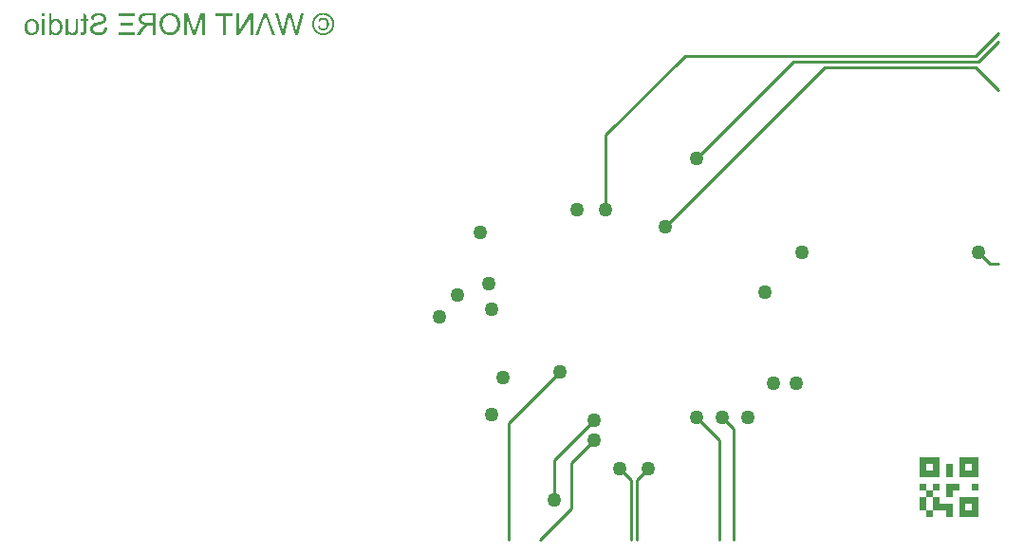
<source format=gbl>
G04*
G04 #@! TF.GenerationSoftware,Altium Limited,Altium Designer,21.1.1 (26)*
G04*
G04 Layer_Physical_Order=2*
G04 Layer_Color=16711680*
%FSLAX25Y25*%
%MOIN*%
G70*
G04*
G04 #@! TF.SameCoordinates,803D71E2-4EB1-4650-8D60-E64228E98B9D*
G04*
G04*
G04 #@! TF.FilePolarity,Positive*
G04*
G01*
G75*
%ADD20C,0.01000*%
%ADD21C,0.05000*%
G36*
X347000Y21822D02*
X340089D01*
Y28733D01*
X347000D01*
Y21822D01*
D02*
G37*
G36*
X337771D02*
X335496D01*
Y26414D01*
X337771D01*
Y21822D01*
D02*
G37*
G36*
X333178D02*
X326267D01*
Y28733D01*
X333178D01*
Y21822D01*
D02*
G37*
G36*
X347000Y17229D02*
X344682D01*
Y19504D01*
X347000D01*
Y17229D01*
D02*
G37*
G36*
X328586D02*
X326267D01*
Y19504D01*
X328586D01*
Y17229D01*
D02*
G37*
G36*
X340089D02*
X337771D01*
Y14911D01*
X335496D01*
Y19504D01*
X340089D01*
Y17229D01*
D02*
G37*
G36*
X333178D02*
X330860D01*
Y14911D01*
X328586D01*
Y10318D01*
X326267D01*
Y14911D01*
X328586D01*
Y17229D01*
X330860D01*
Y19504D01*
X333178D01*
Y17229D01*
D02*
G37*
G36*
X347000Y8000D02*
X340089D01*
Y14911D01*
X347000D01*
Y8000D01*
D02*
G37*
G36*
X333178Y12593D02*
X337771D01*
Y8000D01*
X335496D01*
Y10318D01*
X330860D01*
Y8000D01*
X328586D01*
Y10318D01*
X330860D01*
Y14911D01*
X333178D01*
Y12593D01*
D02*
G37*
G36*
X50499Y183989D02*
X45021D01*
Y184882D01*
X50499D01*
Y183989D01*
D02*
G37*
G36*
X18937Y183825D02*
X18010D01*
Y184882D01*
X18937D01*
Y183825D01*
D02*
G37*
G36*
X50007Y180651D02*
X45513D01*
Y181545D01*
X50007D01*
Y180651D01*
D02*
G37*
G36*
X92081Y177314D02*
X91121D01*
Y183251D01*
X87153Y177314D01*
X86119D01*
Y184882D01*
X87079D01*
Y178938D01*
X91056Y184882D01*
X92081D01*
Y177314D01*
D02*
G37*
G36*
X75082D02*
X74115D01*
Y183759D01*
X71933Y177314D01*
X71031D01*
X68817Y183652D01*
Y177314D01*
X67850D01*
Y184882D01*
X69203D01*
X71023Y179618D01*
X71072Y179471D01*
X71122Y179339D01*
X71163Y179208D01*
X71204Y179093D01*
X71236Y178979D01*
X71269Y178880D01*
X71302Y178790D01*
X71327Y178708D01*
X71351Y178642D01*
X71368Y178577D01*
X71384Y178527D01*
X71400Y178478D01*
X71409Y178446D01*
X71417Y178421D01*
X71425Y178413D01*
Y178404D01*
X71450Y178478D01*
X71474Y178560D01*
X71532Y178733D01*
X71589Y178921D01*
X71646Y179102D01*
X71704Y179266D01*
X71728Y179339D01*
X71745Y179397D01*
X71761Y179446D01*
X71778Y179487D01*
X71786Y179512D01*
Y179520D01*
X73582Y184882D01*
X75082D01*
Y177314D01*
D02*
G37*
G36*
X107800Y177314D02*
X106759D01*
X105168Y183079D01*
X105127Y183218D01*
X105086Y183366D01*
X105045Y183521D01*
X105012Y183661D01*
X104979Y183776D01*
X104971Y183833D01*
X104963Y183874D01*
X104947Y183915D01*
Y183940D01*
X104938Y183956D01*
Y183964D01*
X104930Y183931D01*
X104914Y183882D01*
X104897Y183825D01*
X104881Y183759D01*
X104840Y183612D01*
X104799Y183464D01*
X104758Y183316D01*
X104742Y183251D01*
X104725Y183193D01*
X104709Y183144D01*
X104701Y183111D01*
X104692Y183087D01*
Y183079D01*
X103110Y177314D01*
X102134D01*
X100059Y184883D01*
X101068D01*
X102257Y180012D01*
X102339Y179676D01*
X102413Y179364D01*
X102446Y179225D01*
X102478Y179085D01*
X102503Y178962D01*
X102528Y178847D01*
X102552Y178741D01*
X102577Y178651D01*
X102593Y178569D01*
X102610Y178495D01*
X102618Y178446D01*
X102626Y178405D01*
X102634Y178380D01*
Y178372D01*
X102716Y178847D01*
X102806Y179315D01*
X102856Y179544D01*
X102905Y179766D01*
X102954Y179979D01*
X103003Y180176D01*
X103052Y180364D01*
X103093Y180528D01*
X103134Y180676D01*
X103167Y180799D01*
X103192Y180906D01*
X103216Y180979D01*
X103225Y181029D01*
X103233Y181045D01*
X104307Y184883D01*
X105512D01*
X106956Y179766D01*
X106972Y179717D01*
X106988Y179651D01*
X107005Y179569D01*
X107029Y179471D01*
X107062Y179356D01*
X107087Y179241D01*
X107152Y178995D01*
X107177Y178880D01*
X107210Y178765D01*
X107234Y178659D01*
X107251Y178560D01*
X107275Y178487D01*
X107284Y178421D01*
X107300Y178388D01*
Y178372D01*
X107349Y178659D01*
X107407Y178938D01*
X107456Y179192D01*
X107480Y179315D01*
X107505Y179430D01*
X107530Y179536D01*
X107554Y179626D01*
X107571Y179708D01*
X107587Y179782D01*
X107603Y179840D01*
X107612Y179881D01*
X107620Y179905D01*
Y179913D01*
X108760Y184883D01*
X109793D01*
X107800Y177314D01*
D02*
G37*
G36*
X33484Y184153D02*
Y182800D01*
X34172D01*
Y182078D01*
X33484D01*
Y178913D01*
Y178765D01*
X33475Y178626D01*
Y178503D01*
X33467Y178388D01*
X33459Y178290D01*
X33451Y178200D01*
X33443Y178118D01*
X33426Y178052D01*
X33418Y177995D01*
X33410Y177945D01*
X33402Y177904D01*
X33393Y177872D01*
X33385Y177831D01*
X33377Y177814D01*
X33328Y177724D01*
X33270Y177642D01*
X33205Y177568D01*
X33139Y177511D01*
X33074Y177462D01*
X33024Y177429D01*
X32992Y177404D01*
X32983Y177396D01*
X32869Y177347D01*
X32746Y177306D01*
X32614Y177281D01*
X32483Y177257D01*
X32368Y177248D01*
X32278Y177240D01*
X32196D01*
X31950Y177257D01*
X31835Y177265D01*
X31729Y177281D01*
X31630Y177297D01*
X31557Y177306D01*
X31507Y177322D01*
X31491D01*
X31614Y178142D01*
X31704Y178134D01*
X31786Y178126D01*
X31860Y178118D01*
X31917D01*
X31967Y178109D01*
X32106D01*
X32172Y178118D01*
X32221Y178134D01*
X32270Y178142D01*
X32303Y178158D01*
X32327Y178167D01*
X32344Y178175D01*
X32352D01*
X32418Y178232D01*
X32467Y178290D01*
X32500Y178339D01*
X32508Y178347D01*
Y178355D01*
X32524Y178413D01*
X32532Y178487D01*
X32549Y178568D01*
Y178650D01*
X32557Y178733D01*
Y178798D01*
Y178847D01*
Y178856D01*
Y178864D01*
Y182078D01*
X31614D01*
Y182800D01*
X32557D01*
Y184710D01*
X33484Y184153D01*
D02*
G37*
G36*
X30728Y179397D02*
Y179192D01*
X30720Y179011D01*
X30712Y178864D01*
X30704Y178741D01*
X30696Y178650D01*
X30687Y178577D01*
X30679Y178544D01*
Y178527D01*
X30638Y178380D01*
X30597Y178249D01*
X30548Y178134D01*
X30499Y178035D01*
X30458Y177954D01*
X30425Y177888D01*
X30400Y177855D01*
X30392Y177839D01*
X30310Y177740D01*
X30212Y177650D01*
X30105Y177568D01*
X30007Y177503D01*
X29908Y177445D01*
X29835Y177404D01*
X29785Y177380D01*
X29777Y177371D01*
X29769D01*
X29605Y177314D01*
X29449Y177265D01*
X29293Y177232D01*
X29154Y177216D01*
X29031Y177199D01*
X28941Y177191D01*
X28859D01*
X28654Y177199D01*
X28465Y177232D01*
X28293Y177273D01*
X28121Y177339D01*
X27965Y177404D01*
X27826Y177486D01*
X27694Y177568D01*
X27571Y177658D01*
X27465Y177740D01*
X27375Y177822D01*
X27293Y177904D01*
X27227Y177970D01*
X27178Y178035D01*
X27145Y178077D01*
X27120Y178109D01*
X27112Y178118D01*
Y177314D01*
X26284D01*
Y182800D01*
X27211D01*
Y179856D01*
X27219Y179610D01*
X27235Y179397D01*
X27260Y179216D01*
X27284Y179060D01*
X27301Y178995D01*
X27317Y178946D01*
X27334Y178896D01*
X27342Y178856D01*
X27350Y178831D01*
X27358Y178806D01*
X27366Y178798D01*
Y178790D01*
X27432Y178659D01*
X27514Y178544D01*
X27604Y178445D01*
X27686Y178364D01*
X27768Y178298D01*
X27834Y178249D01*
X27875Y178216D01*
X27883Y178208D01*
X27891D01*
X28031Y178134D01*
X28162Y178085D01*
X28293Y178044D01*
X28416Y178019D01*
X28523Y178003D01*
X28596Y177995D01*
X28670D01*
X28818Y178003D01*
X28957Y178027D01*
X29080Y178060D01*
X29179Y178101D01*
X29261Y178134D01*
X29326Y178167D01*
X29359Y178191D01*
X29375Y178200D01*
X29474Y178281D01*
X29556Y178380D01*
X29621Y178470D01*
X29671Y178560D01*
X29712Y178642D01*
X29736Y178716D01*
X29744Y178757D01*
X29753Y178773D01*
X29761Y178823D01*
X29769Y178888D01*
X29777Y179036D01*
X29794Y179200D01*
Y179364D01*
X29802Y179511D01*
Y179577D01*
Y179643D01*
Y179692D01*
Y179725D01*
Y179749D01*
Y179757D01*
Y182800D01*
X30728D01*
Y179397D01*
D02*
G37*
G36*
X99895Y177314D02*
X98870D01*
X96837Y182808D01*
X96755Y183038D01*
X96673Y183259D01*
X96607Y183464D01*
X96550Y183644D01*
X96525Y183726D01*
X96501Y183800D01*
X96476Y183866D01*
X96468Y183923D01*
X96451Y183972D01*
X96443Y184005D01*
X96435Y184022D01*
Y184030D01*
X96378Y183825D01*
X96312Y183620D01*
X96246Y183415D01*
X96181Y183218D01*
X96148Y183136D01*
X96123Y183054D01*
X96099Y182980D01*
X96074Y182923D01*
X96058Y182865D01*
X96041Y182833D01*
X96033Y182808D01*
Y182800D01*
X94073Y177314D01*
X92983Y177314D01*
X95910Y184883D01*
X96943D01*
X99895Y177314D01*
D02*
G37*
G36*
X85004Y183989D02*
X82511D01*
Y177314D01*
X81511D01*
Y183989D01*
X79018D01*
Y184882D01*
X85004D01*
Y183989D01*
D02*
G37*
G36*
X58002Y177314D02*
X57001D01*
Y180676D01*
X55714D01*
X55599Y180668D01*
X55501Y180659D01*
X55419D01*
X55361Y180651D01*
X55320Y180643D01*
X55296Y180635D01*
X55287D01*
X55197Y180610D01*
X55115Y180578D01*
X55041Y180545D01*
X54968Y180512D01*
X54910Y180479D01*
X54869Y180455D01*
X54836Y180438D01*
X54828Y180430D01*
X54746Y180373D01*
X54656Y180291D01*
X54566Y180209D01*
X54492Y180127D01*
X54418Y180053D01*
X54369Y179987D01*
X54336Y179946D01*
X54320Y179938D01*
Y179930D01*
X54205Y179782D01*
X54082Y179618D01*
X53967Y179446D01*
X53852Y179274D01*
X53754Y179126D01*
X53705Y179060D01*
X53672Y179003D01*
X53639Y178954D01*
X53615Y178921D01*
X53606Y178897D01*
X53598Y178888D01*
X52598Y177314D01*
X51343D01*
X52655Y179372D01*
X52803Y179585D01*
X52950Y179782D01*
X53090Y179954D01*
X53213Y180102D01*
X53319Y180217D01*
X53369Y180266D01*
X53410Y180307D01*
X53442Y180340D01*
X53467Y180364D01*
X53475Y180373D01*
X53483Y180381D01*
X53565Y180446D01*
X53664Y180520D01*
X53762Y180578D01*
X53861Y180635D01*
X53951Y180684D01*
X54025Y180725D01*
X54074Y180750D01*
X54082Y180758D01*
X54090D01*
X53893Y180791D01*
X53705Y180832D01*
X53533Y180881D01*
X53377Y180930D01*
X53229Y180988D01*
X53098Y181045D01*
X52983Y181102D01*
X52877Y181160D01*
X52778Y181217D01*
X52696Y181274D01*
X52631Y181324D01*
X52573Y181365D01*
X52532Y181406D01*
X52499Y181430D01*
X52483Y181447D01*
X52475Y181455D01*
X52385Y181562D01*
X52303Y181668D01*
X52229Y181783D01*
X52171Y181898D01*
X52122Y182013D01*
X52081Y182127D01*
X52016Y182341D01*
X51991Y182439D01*
X51975Y182529D01*
X51966Y182611D01*
X51958Y182685D01*
X51950Y182734D01*
Y182783D01*
Y182808D01*
Y182816D01*
X51966Y183046D01*
X51999Y183259D01*
X52048Y183448D01*
X52106Y183620D01*
X52139Y183694D01*
X52171Y183759D01*
X52196Y183817D01*
X52221Y183866D01*
X52237Y183907D01*
X52253Y183931D01*
X52270Y183948D01*
Y183956D01*
X52393Y184136D01*
X52532Y184284D01*
X52672Y184415D01*
X52811Y184514D01*
X52926Y184587D01*
X53024Y184637D01*
X53065Y184653D01*
X53090Y184669D01*
X53106Y184678D01*
X53114D01*
X53221Y184710D01*
X53328Y184743D01*
X53574Y184792D01*
X53828Y184833D01*
X54074Y184858D01*
X54197Y184866D01*
X54303Y184874D01*
X54394D01*
X54484Y184882D01*
X58002D01*
Y177314D01*
D02*
G37*
G36*
X50630D02*
X44890D01*
Y178208D01*
X50630D01*
Y177314D01*
D02*
G37*
G36*
X18937Y177314D02*
X18010D01*
Y182800D01*
X18937D01*
Y177314D01*
D02*
G37*
G36*
X116919Y185006D02*
X117099Y184989D01*
X117279Y184965D01*
X117452Y184932D01*
X117616Y184899D01*
X117780Y184850D01*
X117927Y184809D01*
X118067Y184760D01*
X118198Y184710D01*
X118313Y184669D01*
X118411Y184620D01*
X118493Y184587D01*
X118567Y184555D01*
X118616Y184530D01*
X118649Y184514D01*
X118657Y184505D01*
X118829Y184407D01*
X118985Y184300D01*
X119141Y184186D01*
X119280Y184071D01*
X119411Y183948D01*
X119526Y183833D01*
X119641Y183710D01*
X119739Y183595D01*
X119821Y183489D01*
X119903Y183390D01*
X119969Y183300D01*
X120018Y183218D01*
X120059Y183152D01*
X120092Y183103D01*
X120108Y183070D01*
X120117Y183062D01*
X120207Y182890D01*
X120289Y182710D01*
X120354Y182537D01*
X120412Y182365D01*
X120461Y182193D01*
X120510Y182037D01*
X120543Y181881D01*
X120568Y181734D01*
X120592Y181603D01*
X120609Y181480D01*
X120617Y181373D01*
X120625Y181283D01*
X120633Y181209D01*
Y181160D01*
Y181119D01*
Y181111D01*
X120625Y180922D01*
X120609Y180742D01*
X120584Y180561D01*
X120551Y180381D01*
X120518Y180217D01*
X120469Y180053D01*
X120428Y179905D01*
X120379Y179766D01*
X120330Y179635D01*
X120289Y179520D01*
X120240Y179421D01*
X120207Y179339D01*
X120174Y179266D01*
X120149Y179216D01*
X120133Y179184D01*
X120125Y179175D01*
X120026Y179003D01*
X119912Y178847D01*
X119797Y178700D01*
X119682Y178560D01*
X119559Y178429D01*
X119444Y178314D01*
X119321Y178208D01*
X119206Y178109D01*
X119100Y178019D01*
X119001Y177945D01*
X118911Y177880D01*
X118837Y177831D01*
X118772Y177790D01*
X118723Y177757D01*
X118690Y177740D01*
X118682Y177732D01*
X118509Y177642D01*
X118329Y177568D01*
X118157Y177494D01*
X117985Y177437D01*
X117821Y177388D01*
X117657Y177347D01*
X117509Y177314D01*
X117361Y177289D01*
X117230Y177265D01*
X117107Y177248D01*
X117001Y177240D01*
X116910Y177232D01*
X116837Y177224D01*
X116738D01*
X116550Y177232D01*
X116369Y177248D01*
X116189Y177273D01*
X116008Y177306D01*
X115844Y177339D01*
X115680Y177388D01*
X115533Y177429D01*
X115393Y177478D01*
X115262Y177527D01*
X115147Y177568D01*
X115049Y177617D01*
X114967Y177650D01*
X114893Y177683D01*
X114844Y177708D01*
X114811Y177724D01*
X114803Y177732D01*
X114631Y177831D01*
X114475Y177945D01*
X114327Y178060D01*
X114188Y178175D01*
X114057Y178298D01*
X113942Y178413D01*
X113827Y178536D01*
X113737Y178651D01*
X113647Y178757D01*
X113573Y178856D01*
X113507Y178946D01*
X113458Y179020D01*
X113417Y179085D01*
X113384Y179134D01*
X113368Y179167D01*
X113360Y179175D01*
X113270Y179348D01*
X113188Y179528D01*
X113122Y179700D01*
X113065Y179872D01*
X113007Y180036D01*
X112966Y180192D01*
X112933Y180348D01*
X112909Y180487D01*
X112884Y180627D01*
X112868Y180742D01*
X112860Y180848D01*
X112851Y180938D01*
X112843Y181012D01*
Y181070D01*
Y181102D01*
Y181111D01*
X112851Y181299D01*
X112868Y181488D01*
X112892Y181668D01*
X112925Y181849D01*
X112966Y182013D01*
X113007Y182177D01*
X113056Y182324D01*
X113106Y182472D01*
X113155Y182595D01*
X113204Y182710D01*
X113245Y182816D01*
X113286Y182898D01*
X113319Y182972D01*
X113343Y183021D01*
X113360Y183054D01*
X113368Y183062D01*
X113475Y183234D01*
X113581Y183398D01*
X113696Y183546D01*
X113819Y183685D01*
X113942Y183817D01*
X114057Y183931D01*
X114180Y184038D01*
X114295Y184136D01*
X114401Y184227D01*
X114508Y184300D01*
X114598Y184358D01*
X114672Y184415D01*
X114737Y184456D01*
X114787Y184481D01*
X114819Y184497D01*
X114828Y184505D01*
X115000Y184596D01*
X115180Y184669D01*
X115352Y184743D01*
X115516Y184801D01*
X115689Y184850D01*
X115844Y184891D01*
X115992Y184924D01*
X116131Y184948D01*
X116263Y184973D01*
X116377Y184989D01*
X116484Y184997D01*
X116574Y185006D01*
X116640Y185014D01*
X116738D01*
X116919Y185006D01*
D02*
G37*
G36*
X63217Y185005D02*
X63496Y184965D01*
X63758Y184915D01*
X64004Y184850D01*
X64242Y184768D01*
X64455Y184678D01*
X64652Y184579D01*
X64832Y184481D01*
X64996Y184382D01*
X65136Y184284D01*
X65250Y184194D01*
X65357Y184112D01*
X65431Y184046D01*
X65488Y183997D01*
X65529Y183956D01*
X65537Y183948D01*
X65718Y183743D01*
X65874Y183513D01*
X66005Y183283D01*
X66120Y183038D01*
X66218Y182792D01*
X66300Y182546D01*
X66366Y182308D01*
X66423Y182070D01*
X66464Y181849D01*
X66489Y181652D01*
X66513Y181463D01*
X66530Y181307D01*
X66538Y181176D01*
Y181127D01*
X66546Y181078D01*
Y181045D01*
Y181020D01*
Y181004D01*
Y180996D01*
X66538Y180815D01*
X66530Y180627D01*
X66480Y180282D01*
X66448Y180118D01*
X66415Y179963D01*
X66374Y179815D01*
X66333Y179684D01*
X66292Y179552D01*
X66251Y179446D01*
X66218Y179348D01*
X66185Y179266D01*
X66161Y179200D01*
X66136Y179151D01*
X66128Y179118D01*
X66120Y179110D01*
X66029Y178946D01*
X65939Y178790D01*
X65841Y178650D01*
X65734Y178511D01*
X65628Y178388D01*
X65521Y178273D01*
X65423Y178167D01*
X65316Y178068D01*
X65218Y177986D01*
X65127Y177913D01*
X65045Y177847D01*
X64980Y177798D01*
X64922Y177757D01*
X64873Y177724D01*
X64849Y177708D01*
X64840Y177699D01*
X64676Y177609D01*
X64512Y177535D01*
X64348Y177462D01*
X64184Y177404D01*
X64020Y177355D01*
X63865Y177314D01*
X63709Y177281D01*
X63569Y177257D01*
X63430Y177232D01*
X63315Y177216D01*
X63200Y177207D01*
X63110Y177199D01*
X63036Y177191D01*
X62930D01*
X62749Y177199D01*
X62569Y177207D01*
X62225Y177265D01*
X62069Y177298D01*
X61913Y177339D01*
X61774Y177380D01*
X61642Y177421D01*
X61519Y177462D01*
X61413Y177503D01*
X61323Y177544D01*
X61241Y177576D01*
X61175Y177609D01*
X61134Y177634D01*
X61101Y177642D01*
X61093Y177650D01*
X60937Y177740D01*
X60790Y177847D01*
X60650Y177954D01*
X60527Y178060D01*
X60412Y178175D01*
X60298Y178290D01*
X60199Y178404D01*
X60109Y178511D01*
X60035Y178618D01*
X59961Y178716D01*
X59904Y178806D01*
X59855Y178880D01*
X59822Y178938D01*
X59797Y178987D01*
X59781Y179020D01*
X59773Y179028D01*
X59691Y179200D01*
X59617Y179380D01*
X59560Y179552D01*
X59502Y179733D01*
X59453Y179905D01*
X59420Y180077D01*
X59387Y180241D01*
X59363Y180397D01*
X59346Y180545D01*
X59330Y180676D01*
X59322Y180791D01*
X59314Y180889D01*
X59305Y180971D01*
Y181037D01*
Y181070D01*
Y181086D01*
X59314Y181299D01*
X59322Y181496D01*
X59346Y181693D01*
X59371Y181881D01*
X59404Y182053D01*
X59445Y182226D01*
X59486Y182381D01*
X59527Y182521D01*
X59568Y182652D01*
X59609Y182767D01*
X59642Y182874D01*
X59683Y182956D01*
X59707Y183021D01*
X59732Y183070D01*
X59740Y183103D01*
X59748Y183111D01*
X59838Y183275D01*
X59929Y183431D01*
X60035Y183579D01*
X60134Y183710D01*
X60240Y183833D01*
X60347Y183948D01*
X60453Y184054D01*
X60560Y184153D01*
X60658Y184235D01*
X60749Y184309D01*
X60822Y184374D01*
X60896Y184423D01*
X60954Y184464D01*
X60995Y184489D01*
X61027Y184505D01*
X61036Y184514D01*
X61200Y184604D01*
X61355Y184678D01*
X61519Y184743D01*
X61683Y184801D01*
X61847Y184850D01*
X62003Y184891D01*
X62151Y184924D01*
X62298Y184948D01*
X62430Y184973D01*
X62544Y184989D01*
X62651Y184997D01*
X62749Y185005D01*
X62823Y185014D01*
X62922D01*
X63217Y185005D01*
D02*
G37*
G36*
X38240D02*
X38502Y184973D01*
X38732Y184932D01*
X38838Y184907D01*
X38937Y184882D01*
X39027Y184858D01*
X39109Y184833D01*
X39183Y184809D01*
X39240Y184792D01*
X39281Y184776D01*
X39322Y184759D01*
X39338Y184751D01*
X39347D01*
X39568Y184645D01*
X39757Y184522D01*
X39921Y184399D01*
X40052Y184276D01*
X40158Y184161D01*
X40240Y184071D01*
X40265Y184038D01*
X40281Y184013D01*
X40298Y183997D01*
Y183989D01*
X40404Y183800D01*
X40486Y183612D01*
X40536Y183439D01*
X40577Y183275D01*
X40601Y183128D01*
X40609Y183070D01*
Y183021D01*
X40618Y182980D01*
Y182947D01*
Y182931D01*
Y182923D01*
X40609Y182734D01*
X40577Y182554D01*
X40536Y182390D01*
X40486Y182250D01*
X40437Y182135D01*
X40396Y182045D01*
X40380Y182013D01*
X40363Y181988D01*
X40355Y181980D01*
Y181972D01*
X40249Y181824D01*
X40117Y181685D01*
X39986Y181570D01*
X39847Y181463D01*
X39732Y181381D01*
X39634Y181324D01*
X39593Y181307D01*
X39568Y181291D01*
X39552Y181274D01*
X39543D01*
X39461Y181234D01*
X39363Y181193D01*
X39256Y181151D01*
X39142Y181111D01*
X38904Y181028D01*
X38658Y180955D01*
X38543Y180922D01*
X38445Y180889D01*
X38346Y180865D01*
X38256Y180840D01*
X38190Y180824D01*
X38133Y180807D01*
X38100Y180799D01*
X38092D01*
X37903Y180758D01*
X37731Y180709D01*
X37584Y180676D01*
X37444Y180635D01*
X37321Y180602D01*
X37206Y180578D01*
X37116Y180545D01*
X37026Y180520D01*
X36960Y180504D01*
X36895Y180479D01*
X36846Y180463D01*
X36813Y180455D01*
X36780Y180446D01*
X36764Y180438D01*
X36747Y180430D01*
X36583Y180356D01*
X36444Y180282D01*
X36321Y180209D01*
X36231Y180143D01*
X36157Y180077D01*
X36108Y180028D01*
X36075Y179995D01*
X36067Y179987D01*
X35993Y179889D01*
X35944Y179782D01*
X35903Y179675D01*
X35878Y179577D01*
X35862Y179495D01*
X35853Y179421D01*
Y179380D01*
Y179372D01*
Y179364D01*
X35862Y179241D01*
X35886Y179118D01*
X35927Y179011D01*
X35960Y178913D01*
X36001Y178831D01*
X36042Y178765D01*
X36067Y178733D01*
X36075Y178716D01*
X36165Y178610D01*
X36263Y178519D01*
X36378Y178437D01*
X36485Y178372D01*
X36583Y178323D01*
X36657Y178281D01*
X36690Y178265D01*
X36714Y178257D01*
X36723Y178249D01*
X36731D01*
X36895Y178191D01*
X37067Y178150D01*
X37239Y178126D01*
X37395Y178109D01*
X37526Y178093D01*
X37584D01*
X37633Y178085D01*
X37731D01*
X37969Y178093D01*
X38182Y178118D01*
X38387Y178158D01*
X38559Y178200D01*
X38633Y178216D01*
X38699Y178232D01*
X38756Y178257D01*
X38805Y178273D01*
X38846Y178290D01*
X38871Y178298D01*
X38887Y178306D01*
X38896D01*
X39076Y178396D01*
X39232Y178495D01*
X39363Y178585D01*
X39470Y178683D01*
X39552Y178765D01*
X39609Y178831D01*
X39650Y178872D01*
X39658Y178888D01*
X39740Y179036D01*
X39806Y179192D01*
X39855Y179348D01*
X39896Y179495D01*
X39929Y179634D01*
X39937Y179684D01*
X39945Y179733D01*
X39953Y179774D01*
X39962Y179807D01*
Y179823D01*
Y179831D01*
X40905Y179749D01*
X40896Y179610D01*
X40880Y179471D01*
X40831Y179216D01*
X40765Y178979D01*
X40732Y178872D01*
X40691Y178782D01*
X40659Y178692D01*
X40618Y178610D01*
X40585Y178544D01*
X40552Y178487D01*
X40527Y178437D01*
X40511Y178404D01*
X40503Y178388D01*
X40495Y178380D01*
X40339Y178167D01*
X40158Y177986D01*
X39978Y177831D01*
X39806Y177708D01*
X39650Y177609D01*
X39584Y177576D01*
X39527Y177544D01*
X39478Y177519D01*
X39445Y177503D01*
X39420Y177486D01*
X39412D01*
X39133Y177388D01*
X38846Y177314D01*
X38559Y177265D01*
X38289Y177232D01*
X38158Y177216D01*
X38043Y177207D01*
X37944Y177199D01*
X37854D01*
X37780Y177191D01*
X37682D01*
X37387Y177207D01*
X37116Y177240D01*
X36870Y177281D01*
X36755Y177314D01*
X36657Y177339D01*
X36559Y177363D01*
X36477Y177396D01*
X36403Y177421D01*
X36345Y177437D01*
X36296Y177462D01*
X36263Y177470D01*
X36239Y177486D01*
X36231D01*
X36001Y177609D01*
X35804Y177740D01*
X35632Y177880D01*
X35493Y178011D01*
X35378Y178134D01*
X35304Y178224D01*
X35271Y178265D01*
X35255Y178290D01*
X35238Y178306D01*
Y178314D01*
X35173Y178413D01*
X35124Y178519D01*
X35033Y178716D01*
X34968Y178905D01*
X34927Y179077D01*
X34902Y179233D01*
X34894Y179290D01*
Y179348D01*
X34886Y179388D01*
Y179421D01*
Y179438D01*
Y179446D01*
X34902Y179667D01*
X34935Y179872D01*
X34984Y180053D01*
X35042Y180209D01*
X35107Y180340D01*
X35132Y180397D01*
X35156Y180438D01*
X35173Y180471D01*
X35189Y180496D01*
X35206Y180512D01*
Y180520D01*
X35271Y180602D01*
X35337Y180684D01*
X35493Y180840D01*
X35648Y180971D01*
X35812Y181078D01*
X35952Y181168D01*
X36017Y181209D01*
X36075Y181234D01*
X36116Y181258D01*
X36149Y181274D01*
X36173Y181291D01*
X36181D01*
X36272Y181332D01*
X36386Y181373D01*
X36501Y181414D01*
X36632Y181455D01*
X36911Y181529D01*
X37190Y181603D01*
X37321Y181644D01*
X37444Y181668D01*
X37559Y181701D01*
X37657Y181717D01*
X37739Y181742D01*
X37797Y181758D01*
X37838Y181767D01*
X37854D01*
X38076Y181816D01*
X38272Y181873D01*
X38445Y181922D01*
X38609Y181972D01*
X38748Y182021D01*
X38871Y182062D01*
X38978Y182103D01*
X39068Y182144D01*
X39142Y182185D01*
X39207Y182218D01*
X39256Y182242D01*
X39297Y182267D01*
X39330Y182291D01*
X39347Y182308D01*
X39363Y182316D01*
X39461Y182423D01*
X39527Y182529D01*
X39576Y182644D01*
X39617Y182750D01*
X39634Y182841D01*
X39642Y182915D01*
X39650Y182964D01*
Y182972D01*
Y182980D01*
X39642Y183070D01*
X39634Y183152D01*
X39584Y183300D01*
X39519Y183439D01*
X39445Y183554D01*
X39371Y183652D01*
X39306Y183726D01*
X39256Y183767D01*
X39248Y183784D01*
X39240D01*
X39158Y183841D01*
X39060Y183899D01*
X38855Y183981D01*
X38641Y184038D01*
X38420Y184079D01*
X38322Y184095D01*
X38223Y184104D01*
X38141Y184112D01*
X38067D01*
X38002Y184120D01*
X37764D01*
X37616Y184104D01*
X37477Y184087D01*
X37346Y184063D01*
X37231Y184038D01*
X37124Y184005D01*
X37026Y183972D01*
X36936Y183940D01*
X36862Y183899D01*
X36796Y183866D01*
X36739Y183833D01*
X36690Y183808D01*
X36657Y183784D01*
X36624Y183767D01*
X36616Y183759D01*
X36608Y183751D01*
X36526Y183677D01*
X36452Y183603D01*
X36337Y183431D01*
X36239Y183251D01*
X36173Y183079D01*
X36124Y182923D01*
X36108Y182857D01*
X36091Y182791D01*
X36083Y182742D01*
Y182710D01*
X36075Y182685D01*
Y182677D01*
X35115Y182750D01*
X35140Y182996D01*
X35189Y183218D01*
X35247Y183423D01*
X35312Y183595D01*
X35353Y183669D01*
X35378Y183743D01*
X35411Y183800D01*
X35435Y183849D01*
X35460Y183890D01*
X35476Y183915D01*
X35484Y183931D01*
X35493Y183940D01*
X35632Y184128D01*
X35788Y184284D01*
X35952Y184423D01*
X36116Y184538D01*
X36255Y184620D01*
X36321Y184653D01*
X36370Y184686D01*
X36411Y184710D01*
X36452Y184719D01*
X36468Y184735D01*
X36477D01*
X36723Y184825D01*
X36977Y184899D01*
X37231Y184948D01*
X37461Y184981D01*
X37567Y184989D01*
X37657Y184997D01*
X37748Y185005D01*
X37821Y185014D01*
X37961D01*
X38240Y185005D01*
D02*
G37*
G36*
X21339Y182160D02*
X21438Y182283D01*
X21544Y182390D01*
X21651Y182480D01*
X21749Y182562D01*
X21840Y182627D01*
X21905Y182668D01*
X21954Y182701D01*
X21963Y182710D01*
X21971D01*
X22118Y182783D01*
X22274Y182833D01*
X22422Y182873D01*
X22561Y182898D01*
X22676Y182914D01*
X22774Y182923D01*
X22979D01*
X23102Y182906D01*
X23332Y182865D01*
X23537Y182808D01*
X23717Y182742D01*
X23799Y182710D01*
X23865Y182677D01*
X23931Y182644D01*
X23980Y182619D01*
X24021Y182595D01*
X24054Y182578D01*
X24070Y182570D01*
X24078Y182562D01*
X24275Y182414D01*
X24439Y182250D01*
X24578Y182086D01*
X24693Y181914D01*
X24783Y181766D01*
X24816Y181701D01*
X24849Y181652D01*
X24865Y181603D01*
X24882Y181570D01*
X24898Y181545D01*
Y181537D01*
X24988Y181283D01*
X25054Y181020D01*
X25103Y180774D01*
X25136Y180545D01*
X25144Y180438D01*
X25152Y180340D01*
X25161Y180258D01*
Y180184D01*
X25169Y180127D01*
Y180086D01*
Y180053D01*
Y180044D01*
X25152Y179741D01*
X25120Y179462D01*
X25103Y179331D01*
X25079Y179208D01*
X25046Y179093D01*
X25021Y178987D01*
X24997Y178896D01*
X24964Y178806D01*
X24939Y178733D01*
X24923Y178675D01*
X24898Y178626D01*
X24890Y178593D01*
X24874Y178568D01*
Y178560D01*
X24751Y178331D01*
X24611Y178126D01*
X24472Y177954D01*
X24332Y177814D01*
X24209Y177699D01*
X24160Y177658D01*
X24111Y177617D01*
X24070Y177593D01*
X24045Y177568D01*
X24029Y177560D01*
X24021Y177552D01*
X23914Y177486D01*
X23808Y177437D01*
X23603Y177347D01*
X23398Y177281D01*
X23209Y177240D01*
X23127Y177224D01*
X23053Y177207D01*
X22988Y177199D01*
X22930D01*
X22881Y177191D01*
X22815D01*
X22627Y177199D01*
X22455Y177224D01*
X22299Y177265D01*
X22143Y177322D01*
X22004Y177380D01*
X21881Y177445D01*
X21766Y177519D01*
X21659Y177601D01*
X21569Y177675D01*
X21495Y177749D01*
X21430Y177814D01*
X21372Y177880D01*
X21331Y177929D01*
X21298Y177970D01*
X21282Y177995D01*
X21274Y178003D01*
Y177314D01*
X20413D01*
Y184882D01*
X21339D01*
Y182160D01*
D02*
G37*
G36*
X14566Y182914D02*
X14747Y182898D01*
X14911Y182865D01*
X15075Y182824D01*
X15230Y182783D01*
X15370Y182726D01*
X15501Y182677D01*
X15616Y182619D01*
X15731Y182562D01*
X15821Y182504D01*
X15903Y182447D01*
X15977Y182406D01*
X16026Y182365D01*
X16067Y182332D01*
X16091Y182316D01*
X16100Y182308D01*
X16247Y182160D01*
X16378Y182004D01*
X16493Y181832D01*
X16592Y181652D01*
X16665Y181463D01*
X16739Y181274D01*
X16797Y181086D01*
X16838Y180905D01*
X16870Y180733D01*
X16903Y180578D01*
X16920Y180430D01*
X16928Y180299D01*
X16936Y180200D01*
X16944Y180118D01*
Y180069D01*
Y180061D01*
Y180053D01*
X16936Y179798D01*
X16911Y179561D01*
X16879Y179339D01*
X16838Y179134D01*
X16780Y178946D01*
X16723Y178773D01*
X16657Y178618D01*
X16592Y178470D01*
X16526Y178347D01*
X16460Y178232D01*
X16403Y178142D01*
X16346Y178068D01*
X16305Y178003D01*
X16272Y177962D01*
X16247Y177937D01*
X16239Y177929D01*
X16100Y177798D01*
X15952Y177683D01*
X15804Y177585D01*
X15649Y177503D01*
X15493Y177429D01*
X15337Y177371D01*
X15189Y177322D01*
X15042Y177281D01*
X14902Y177257D01*
X14779Y177232D01*
X14665Y177216D01*
X14566Y177199D01*
X14484D01*
X14427Y177191D01*
X14378D01*
X14115Y177207D01*
X13869Y177240D01*
X13648Y177297D01*
X13541Y177322D01*
X13451Y177355D01*
X13361Y177388D01*
X13287Y177412D01*
X13221Y177445D01*
X13164Y177470D01*
X13115Y177486D01*
X13082Y177503D01*
X13066Y177519D01*
X13057D01*
X12844Y177658D01*
X12656Y177806D01*
X12500Y177962D01*
X12369Y178118D01*
X12262Y178249D01*
X12221Y178314D01*
X12188Y178364D01*
X12164Y178404D01*
X12147Y178437D01*
X12131Y178454D01*
Y178462D01*
X12073Y178585D01*
X12024Y178708D01*
X11942Y178979D01*
X11885Y179257D01*
X11852Y179520D01*
X11836Y179643D01*
X11827Y179757D01*
X11819Y179864D01*
Y179954D01*
X11811Y180028D01*
Y180077D01*
Y180118D01*
Y180127D01*
X11819Y180364D01*
X11844Y180594D01*
X11877Y180807D01*
X11926Y181004D01*
X11975Y181184D01*
X12041Y181348D01*
X12106Y181504D01*
X12172Y181643D01*
X12237Y181766D01*
X12303Y181873D01*
X12369Y181963D01*
X12418Y182037D01*
X12467Y182103D01*
X12500Y182144D01*
X12524Y182168D01*
X12533Y182176D01*
X12672Y182308D01*
X12820Y182422D01*
X12967Y182521D01*
X13123Y182611D01*
X13279Y182677D01*
X13426Y182742D01*
X13582Y182791D01*
X13722Y182833D01*
X13861Y182857D01*
X13984Y182882D01*
X14091Y182898D01*
X14189Y182914D01*
X14271D01*
X14328Y182923D01*
X14378D01*
X14566Y182914D01*
D02*
G37*
%LPC*%
G36*
X344682Y26414D02*
X342407D01*
Y24140D01*
X344682D01*
Y26414D01*
D02*
G37*
G36*
X330860D02*
X328586D01*
Y24140D01*
X330860D01*
Y26414D01*
D02*
G37*
G36*
X344682Y12593D02*
X342407D01*
Y10318D01*
X344682D01*
Y12593D01*
D02*
G37*
G36*
X57001Y184046D02*
X54451D01*
X54312Y184030D01*
X54180Y184013D01*
X54057Y183989D01*
X53951Y183964D01*
X53852Y183931D01*
X53762Y183907D01*
X53680Y183874D01*
X53606Y183841D01*
X53549Y183808D01*
X53492Y183775D01*
X53451Y183751D01*
X53418Y183726D01*
X53393Y183710D01*
X53385Y183702D01*
X53377Y183694D01*
X53311Y183628D01*
X53246Y183554D01*
X53147Y183415D01*
X53082Y183267D01*
X53032Y183128D01*
X53000Y183005D01*
X52991Y182947D01*
Y182906D01*
X52983Y182865D01*
Y182841D01*
Y182824D01*
Y182816D01*
X52991Y182685D01*
X53016Y182554D01*
X53049Y182439D01*
X53082Y182341D01*
X53123Y182250D01*
X53155Y182193D01*
X53180Y182152D01*
X53188Y182135D01*
X53270Y182029D01*
X53369Y181930D01*
X53467Y181857D01*
X53557Y181791D01*
X53647Y181742D01*
X53713Y181709D01*
X53762Y181693D01*
X53770Y181685D01*
X53779D01*
X53934Y181635D01*
X54107Y181603D01*
X54287Y181578D01*
X54459Y181562D01*
X54615Y181553D01*
X54681D01*
X54738Y181545D01*
X57001D01*
Y184046D01*
D02*
G37*
G36*
X116820Y184366D02*
X116738D01*
X116582Y184358D01*
X116435Y184350D01*
X116148Y184300D01*
X115877Y184235D01*
X115754Y184194D01*
X115639Y184153D01*
X115533Y184112D01*
X115434Y184071D01*
X115352Y184038D01*
X115279Y184005D01*
X115221Y183981D01*
X115180Y183956D01*
X115156Y183948D01*
X115147Y183940D01*
X115008Y183858D01*
X114869Y183767D01*
X114746Y183677D01*
X114631Y183579D01*
X114524Y183472D01*
X114418Y183374D01*
X114327Y183275D01*
X114245Y183177D01*
X114172Y183087D01*
X114114Y183005D01*
X114057Y182931D01*
X114016Y182865D01*
X113975Y182808D01*
X113950Y182767D01*
X113942Y182742D01*
X113934Y182734D01*
X113852Y182587D01*
X113786Y182439D01*
X113729Y182291D01*
X113680Y182152D01*
X113598Y181881D01*
X113573Y181750D01*
X113548Y181627D01*
X113524Y181521D01*
X113516Y181422D01*
X113507Y181332D01*
X113499Y181258D01*
X113491Y181193D01*
Y181152D01*
Y181119D01*
Y181111D01*
X113499Y180955D01*
X113507Y180799D01*
X113557Y180504D01*
X113630Y180233D01*
X113671Y180110D01*
X113704Y179995D01*
X113745Y179889D01*
X113786Y179790D01*
X113827Y179708D01*
X113860Y179635D01*
X113885Y179577D01*
X113909Y179536D01*
X113917Y179512D01*
X113926Y179503D01*
X114008Y179364D01*
X114098Y179233D01*
X114196Y179110D01*
X114295Y178987D01*
X114393Y178880D01*
X114491Y178782D01*
X114590Y178692D01*
X114688Y178610D01*
X114778Y178536D01*
X114860Y178478D01*
X114934Y178421D01*
X115000Y178380D01*
X115057Y178347D01*
X115098Y178314D01*
X115123Y178306D01*
X115131Y178298D01*
X115279Y178224D01*
X115418Y178159D01*
X115566Y178101D01*
X115705Y178052D01*
X115976Y177978D01*
X116107Y177945D01*
X116222Y177929D01*
X116336Y177904D01*
X116435Y177896D01*
X116517Y177888D01*
X116599Y177880D01*
X116656Y177872D01*
X116738D01*
X116894Y177880D01*
X117050Y177888D01*
X117345Y177937D01*
X117624Y178003D01*
X117747Y178044D01*
X117862Y178085D01*
X117968Y178126D01*
X118067Y178167D01*
X118149Y178200D01*
X118222Y178232D01*
X118280Y178257D01*
X118321Y178282D01*
X118345Y178290D01*
X118354Y178298D01*
X118624Y178478D01*
X118747Y178569D01*
X118870Y178667D01*
X118977Y178774D01*
X119075Y178872D01*
X119165Y178970D01*
X119247Y179061D01*
X119321Y179151D01*
X119379Y179233D01*
X119436Y179315D01*
X119477Y179380D01*
X119510Y179430D01*
X119543Y179471D01*
X119551Y179495D01*
X119559Y179503D01*
X119633Y179651D01*
X119698Y179790D01*
X119756Y179938D01*
X119805Y180077D01*
X119879Y180348D01*
X119912Y180479D01*
X119928Y180594D01*
X119953Y180709D01*
X119961Y180807D01*
X119969Y180897D01*
X119977Y180971D01*
X119985Y181029D01*
Y181070D01*
Y181102D01*
Y181111D01*
X119977Y181266D01*
X119969Y181422D01*
X119920Y181717D01*
X119846Y181996D01*
X119805Y182119D01*
X119764Y182242D01*
X119731Y182349D01*
X119690Y182447D01*
X119649Y182529D01*
X119616Y182603D01*
X119592Y182660D01*
X119567Y182701D01*
X119559Y182726D01*
X119551Y182734D01*
X119469Y182882D01*
X119370Y183013D01*
X119280Y183136D01*
X119174Y183259D01*
X119075Y183366D01*
X118977Y183464D01*
X118878Y183554D01*
X118780Y183636D01*
X118690Y183702D01*
X118608Y183767D01*
X118534Y183817D01*
X118468Y183866D01*
X118411Y183899D01*
X118370Y183923D01*
X118345Y183931D01*
X118337Y183940D01*
X118190Y184013D01*
X118042Y184079D01*
X117903Y184136D01*
X117755Y184186D01*
X117493Y184259D01*
X117361Y184292D01*
X117247Y184317D01*
X117140Y184333D01*
X117042Y184341D01*
X116951Y184350D01*
X116878Y184358D01*
X116820Y184366D01*
D02*
G37*
%LPD*%
G36*
X116910Y183300D02*
X117124Y183267D01*
X117304Y183226D01*
X117468Y183177D01*
X117542Y183152D01*
X117599Y183128D01*
X117657Y183103D01*
X117706Y183087D01*
X117739Y183070D01*
X117763Y183054D01*
X117780Y183046D01*
X117788D01*
X117952Y182939D01*
X118099Y182816D01*
X118231Y182693D01*
X118329Y182570D01*
X118411Y182455D01*
X118468Y182365D01*
X118493Y182332D01*
X118509Y182308D01*
X118518Y182291D01*
Y182283D01*
X118600Y182086D01*
X118665Y181890D01*
X118706Y181693D01*
X118739Y181504D01*
X118747Y181422D01*
X118755Y181348D01*
X118764Y181275D01*
Y181217D01*
X118772Y181168D01*
Y181135D01*
Y181111D01*
Y181102D01*
X118764Y180914D01*
X118747Y180733D01*
X118723Y180569D01*
X118682Y180405D01*
X118641Y180266D01*
X118591Y180127D01*
X118542Y180004D01*
X118485Y179897D01*
X118436Y179799D01*
X118386Y179717D01*
X118337Y179643D01*
X118296Y179577D01*
X118255Y179536D01*
X118231Y179495D01*
X118214Y179479D01*
X118206Y179471D01*
X118099Y179372D01*
X117976Y179282D01*
X117862Y179200D01*
X117739Y179134D01*
X117616Y179077D01*
X117493Y179028D01*
X117370Y178995D01*
X117255Y178962D01*
X117148Y178938D01*
X117050Y178921D01*
X116960Y178905D01*
X116878Y178897D01*
X116820Y178888D01*
X116730D01*
X116599Y178897D01*
X116476Y178905D01*
X116238Y178946D01*
X116033Y179011D01*
X115943Y179044D01*
X115853Y179077D01*
X115779Y179110D01*
X115713Y179143D01*
X115656Y179175D01*
X115607Y179208D01*
X115566Y179233D01*
X115541Y179249D01*
X115525Y179266D01*
X115516D01*
X115426Y179339D01*
X115344Y179421D01*
X115197Y179594D01*
X115082Y179766D01*
X114992Y179930D01*
X114926Y180077D01*
X114901Y180135D01*
X114885Y180192D01*
X114869Y180233D01*
X114860Y180274D01*
X114852Y180291D01*
Y180299D01*
X115484Y180487D01*
X115533Y180323D01*
X115607Y180184D01*
X115680Y180053D01*
X115762Y179954D01*
X115836Y179864D01*
X115894Y179807D01*
X115935Y179774D01*
X115943Y179758D01*
X115951D01*
X116090Y179667D01*
X116230Y179610D01*
X116361Y179561D01*
X116492Y179528D01*
X116599Y179512D01*
X116689Y179503D01*
X116722Y179495D01*
X116763D01*
X116869Y179503D01*
X116968Y179512D01*
X117156Y179561D01*
X117320Y179626D01*
X117452Y179700D01*
X117558Y179774D01*
X117640Y179831D01*
X117689Y179881D01*
X117698Y179889D01*
X117706Y179897D01*
X117771Y179979D01*
X117821Y180061D01*
X117911Y180258D01*
X117976Y180455D01*
X118017Y180643D01*
X118050Y180824D01*
X118058Y180897D01*
Y180963D01*
X118067Y181020D01*
Y181061D01*
Y181086D01*
Y181094D01*
X118058Y181242D01*
X118050Y181373D01*
X118034Y181496D01*
X118009Y181619D01*
X117976Y181726D01*
X117944Y181824D01*
X117911Y181914D01*
X117878Y181996D01*
X117845Y182070D01*
X117812Y182136D01*
X117780Y182185D01*
X117747Y182226D01*
X117722Y182267D01*
X117706Y182291D01*
X117689Y182300D01*
Y182308D01*
X117616Y182382D01*
X117534Y182447D01*
X117460Y182505D01*
X117378Y182554D01*
X117214Y182628D01*
X117058Y182685D01*
X116919Y182710D01*
X116861Y182718D01*
X116812Y182726D01*
X116771Y182734D01*
X116714D01*
X116566Y182726D01*
X116427Y182701D01*
X116304Y182669D01*
X116205Y182628D01*
X116115Y182587D01*
X116058Y182554D01*
X116017Y182529D01*
X116000Y182521D01*
X115894Y182431D01*
X115803Y182341D01*
X115721Y182242D01*
X115656Y182144D01*
X115607Y182054D01*
X115574Y181988D01*
X115549Y181939D01*
X115541Y181931D01*
Y181922D01*
X114926Y182086D01*
X115000Y182283D01*
X115098Y182464D01*
X115197Y182611D01*
X115303Y182742D01*
X115393Y182841D01*
X115475Y182915D01*
X115508Y182939D01*
X115533Y182956D01*
X115541Y182972D01*
X115549D01*
X115730Y183087D01*
X115918Y183169D01*
X116107Y183226D01*
X116287Y183267D01*
X116443Y183292D01*
X116517Y183300D01*
X116574D01*
X116623Y183308D01*
X116689D01*
X116910Y183300D01*
D02*
G37*
%LPC*%
G36*
X62971Y184153D02*
X62782D01*
X62643Y184136D01*
X62389Y184095D01*
X62159Y184030D01*
X62061Y183997D01*
X61962Y183964D01*
X61872Y183923D01*
X61798Y183890D01*
X61733Y183858D01*
X61675Y183825D01*
X61626Y183800D01*
X61593Y183784D01*
X61577Y183775D01*
X61569Y183767D01*
X61355Y183612D01*
X61175Y183439D01*
X61019Y183267D01*
X60888Y183095D01*
X60790Y182939D01*
X60749Y182874D01*
X60716Y182816D01*
X60691Y182767D01*
X60675Y182734D01*
X60658Y182710D01*
Y182701D01*
X60552Y182431D01*
X60470Y182160D01*
X60412Y181890D01*
X60380Y181635D01*
X60363Y181521D01*
X60355Y181414D01*
X60347Y181324D01*
Y181242D01*
X60339Y181176D01*
Y181127D01*
Y181094D01*
Y181086D01*
X60347Y180824D01*
X60371Y180569D01*
X60404Y180340D01*
X60453Y180118D01*
X60511Y179913D01*
X60568Y179733D01*
X60642Y179561D01*
X60708Y179413D01*
X60773Y179274D01*
X60839Y179159D01*
X60904Y179060D01*
X60962Y178979D01*
X61011Y178913D01*
X61044Y178872D01*
X61068Y178839D01*
X61077Y178831D01*
X61216Y178692D01*
X61364Y178569D01*
X61519Y178470D01*
X61675Y178380D01*
X61831Y178298D01*
X61987Y178232D01*
X62134Y178183D01*
X62282Y178142D01*
X62413Y178109D01*
X62544Y178085D01*
X62651Y178068D01*
X62749Y178060D01*
X62831Y178052D01*
X62889Y178044D01*
X62938D01*
X63143Y178052D01*
X63332Y178077D01*
X63520Y178118D01*
X63692Y178167D01*
X63856Y178224D01*
X64004Y178290D01*
X64152Y178364D01*
X64275Y178437D01*
X64389Y178503D01*
X64488Y178577D01*
X64578Y178642D01*
X64652Y178700D01*
X64709Y178749D01*
X64750Y178790D01*
X64775Y178815D01*
X64783Y178823D01*
X64914Y178979D01*
X65021Y179143D01*
X65119Y179315D01*
X65201Y179495D01*
X65275Y179675D01*
X65332Y179848D01*
X65382Y180028D01*
X65423Y180200D01*
X65455Y180356D01*
X65472Y180504D01*
X65488Y180635D01*
X65505Y180750D01*
Y180848D01*
X65513Y180922D01*
Y180963D01*
Y180979D01*
X65505Y181291D01*
X65480Y181578D01*
X65439Y181840D01*
X65390Y182078D01*
X65332Y182299D01*
X65275Y182496D01*
X65201Y182677D01*
X65127Y182841D01*
X65062Y182972D01*
X64988Y183095D01*
X64931Y183193D01*
X64865Y183275D01*
X64824Y183333D01*
X64783Y183382D01*
X64758Y183406D01*
X64750Y183415D01*
X64603Y183546D01*
X64447Y183661D01*
X64291Y183759D01*
X64135Y183841D01*
X63988Y183915D01*
X63832Y183972D01*
X63684Y184022D01*
X63545Y184063D01*
X63414Y184087D01*
X63299Y184112D01*
X63192Y184128D01*
X63102Y184145D01*
X63020D01*
X62971Y184153D01*
D02*
G37*
G36*
X22824Y182152D02*
X22766D01*
X22651Y182144D01*
X22537Y182127D01*
X22430Y182103D01*
X22332Y182070D01*
X22143Y181980D01*
X21987Y181889D01*
X21864Y181791D01*
X21815Y181742D01*
X21766Y181701D01*
X21733Y181668D01*
X21708Y181643D01*
X21700Y181627D01*
X21692Y181619D01*
X21610Y181512D01*
X21544Y181397D01*
X21487Y181274D01*
X21438Y181143D01*
X21356Y180865D01*
X21307Y180602D01*
X21282Y180471D01*
X21274Y180356D01*
X21266Y180250D01*
X21257Y180151D01*
X21249Y180077D01*
Y180020D01*
Y179987D01*
Y179971D01*
X21257Y179782D01*
X21266Y179610D01*
X21290Y179446D01*
X21315Y179298D01*
X21348Y179167D01*
X21389Y179036D01*
X21430Y178921D01*
X21462Y178823D01*
X21503Y178733D01*
X21544Y178659D01*
X21585Y178593D01*
X21618Y178544D01*
X21643Y178495D01*
X21667Y178470D01*
X21676Y178454D01*
X21684Y178445D01*
X21766Y178355D01*
X21848Y178281D01*
X21938Y178216D01*
X22028Y178158D01*
X22110Y178118D01*
X22200Y178077D01*
X22364Y178019D01*
X22504Y177978D01*
X22569Y177970D01*
X22619Y177962D01*
X22668Y177954D01*
X22725D01*
X22840Y177962D01*
X22947Y177978D01*
X23045Y178003D01*
X23143Y178035D01*
X23324Y178118D01*
X23480Y178216D01*
X23603Y178306D01*
X23652Y178347D01*
X23693Y178388D01*
X23726Y178421D01*
X23758Y178445D01*
X23767Y178462D01*
X23775Y178470D01*
X23849Y178577D01*
X23922Y178691D01*
X23980Y178814D01*
X24029Y178937D01*
X24111Y179200D01*
X24160Y179454D01*
X24177Y179577D01*
X24193Y179684D01*
X24201Y179782D01*
X24209Y179872D01*
X24218Y179946D01*
Y179995D01*
Y180036D01*
Y180044D01*
X24209Y180241D01*
X24201Y180430D01*
X24177Y180594D01*
X24152Y180758D01*
X24119Y180897D01*
X24086Y181028D01*
X24054Y181151D01*
X24013Y181250D01*
X23972Y181348D01*
X23939Y181422D01*
X23906Y181496D01*
X23873Y181545D01*
X23849Y181586D01*
X23824Y181619D01*
X23816Y181635D01*
X23808Y181643D01*
X23726Y181734D01*
X23644Y181807D01*
X23553Y181881D01*
X23471Y181939D01*
X23381Y181988D01*
X23291Y182029D01*
X23127Y182086D01*
X22988Y182127D01*
X22922Y182135D01*
X22873Y182144D01*
X22824Y182152D01*
D02*
G37*
G36*
X14443D02*
X14378D01*
X14255Y182144D01*
X14132Y182127D01*
X14017Y182103D01*
X13910Y182070D01*
X13713Y181988D01*
X13541Y181889D01*
X13476Y181840D01*
X13410Y181791D01*
X13361Y181750D01*
X13312Y181709D01*
X13279Y181676D01*
X13254Y181652D01*
X13238Y181635D01*
X13230Y181627D01*
X13148Y181520D01*
X13074Y181414D01*
X13016Y181291D01*
X12959Y181168D01*
X12910Y181037D01*
X12877Y180905D01*
X12820Y180659D01*
X12803Y180545D01*
X12787Y180438D01*
X12779Y180340D01*
X12770Y180250D01*
X12762Y180184D01*
Y180127D01*
Y180094D01*
Y180086D01*
X12770Y179889D01*
X12779Y179708D01*
X12803Y179536D01*
X12836Y179380D01*
X12869Y179233D01*
X12910Y179102D01*
X12951Y178979D01*
X12992Y178880D01*
X13041Y178782D01*
X13082Y178700D01*
X13123Y178634D01*
X13156Y178577D01*
X13189Y178536D01*
X13213Y178503D01*
X13221Y178487D01*
X13230Y178478D01*
X13320Y178388D01*
X13410Y178306D01*
X13508Y178232D01*
X13599Y178175D01*
X13697Y178126D01*
X13795Y178085D01*
X13976Y178019D01*
X14132Y177978D01*
X14205Y177970D01*
X14263Y177962D01*
X14312Y177954D01*
X14378D01*
X14509Y177962D01*
X14624Y177978D01*
X14747Y178003D01*
X14853Y178035D01*
X15050Y178118D01*
X15214Y178216D01*
X15288Y178257D01*
X15353Y178306D01*
X15403Y178347D01*
X15452Y178388D01*
X15485Y178421D01*
X15509Y178445D01*
X15526Y178462D01*
X15534Y178470D01*
X15616Y178577D01*
X15681Y178691D01*
X15747Y178814D01*
X15796Y178937D01*
X15878Y179200D01*
X15936Y179462D01*
X15952Y179577D01*
X15968Y179692D01*
X15977Y179790D01*
X15985Y179880D01*
X15993Y179954D01*
Y180003D01*
Y180044D01*
Y180053D01*
X15985Y180241D01*
X15977Y180422D01*
X15952Y180586D01*
X15919Y180742D01*
X15886Y180881D01*
X15845Y181012D01*
X15804Y181127D01*
X15763Y181234D01*
X15722Y181324D01*
X15681Y181406D01*
X15640Y181471D01*
X15608Y181529D01*
X15575Y181570D01*
X15550Y181603D01*
X15542Y181619D01*
X15534Y181627D01*
X15444Y181717D01*
X15353Y181799D01*
X15255Y181873D01*
X15157Y181930D01*
X15058Y181980D01*
X14968Y182021D01*
X14779Y182086D01*
X14624Y182127D01*
X14550Y182135D01*
X14492Y182144D01*
X14443Y182152D01*
D02*
G37*
%LPD*%
D20*
X346000Y166000D02*
X354000Y158000D01*
X309000Y166000D02*
X346000D01*
X293000D02*
X309000D01*
X237000Y110000D02*
X293000Y166000D01*
X351000Y172000D02*
X354000Y175000D01*
X347000Y168000D02*
X351000Y172000D01*
X304000Y168000D02*
X347000D01*
X282000D02*
X304000D01*
X248000Y134000D02*
X282000Y168000D01*
X346000Y170000D02*
X354000Y178000D01*
X244000Y170000D02*
X346000D01*
X216043Y142043D02*
X244000Y170000D01*
X216043Y115932D02*
Y142043D01*
X182000Y0D02*
Y41000D01*
X200000Y59000D01*
X351000Y97000D02*
X354000D01*
X347000Y101000D02*
X351000Y97000D01*
X261000Y0D02*
Y39000D01*
X257000Y43000D02*
X261000Y39000D01*
X256000Y0D02*
Y35000D01*
X248000Y43000D02*
X256000Y35000D01*
X198000Y14000D02*
Y28000D01*
X212000Y42000D01*
X193000Y0D02*
X204000Y11000D01*
Y19000D01*
Y27000D01*
X212000Y35000D01*
X225000Y0D02*
Y21000D01*
X221000Y25000D02*
X225000Y21000D01*
X227000Y0D02*
Y16000D01*
Y21000D01*
X231000Y25000D01*
D21*
X237000Y110000D02*
D03*
X248000Y134000D02*
D03*
X206000Y116000D02*
D03*
X216043Y115932D02*
D03*
X172000Y108000D02*
D03*
X176000Y81000D02*
D03*
X175000Y90000D02*
D03*
X164000Y86000D02*
D03*
X157415Y78307D02*
D03*
X180000Y57000D02*
D03*
X176000Y44000D02*
D03*
X200000Y59000D02*
D03*
X285000Y101000D02*
D03*
X272000Y87000D02*
D03*
X347000Y101000D02*
D03*
X283000Y55000D02*
D03*
X275000D02*
D03*
X266000Y43000D02*
D03*
X257000D02*
D03*
X248000D02*
D03*
X198000Y14000D02*
D03*
X221000Y25000D02*
D03*
X231000D02*
D03*
X212000Y35000D02*
D03*
Y42000D02*
D03*
M02*

</source>
